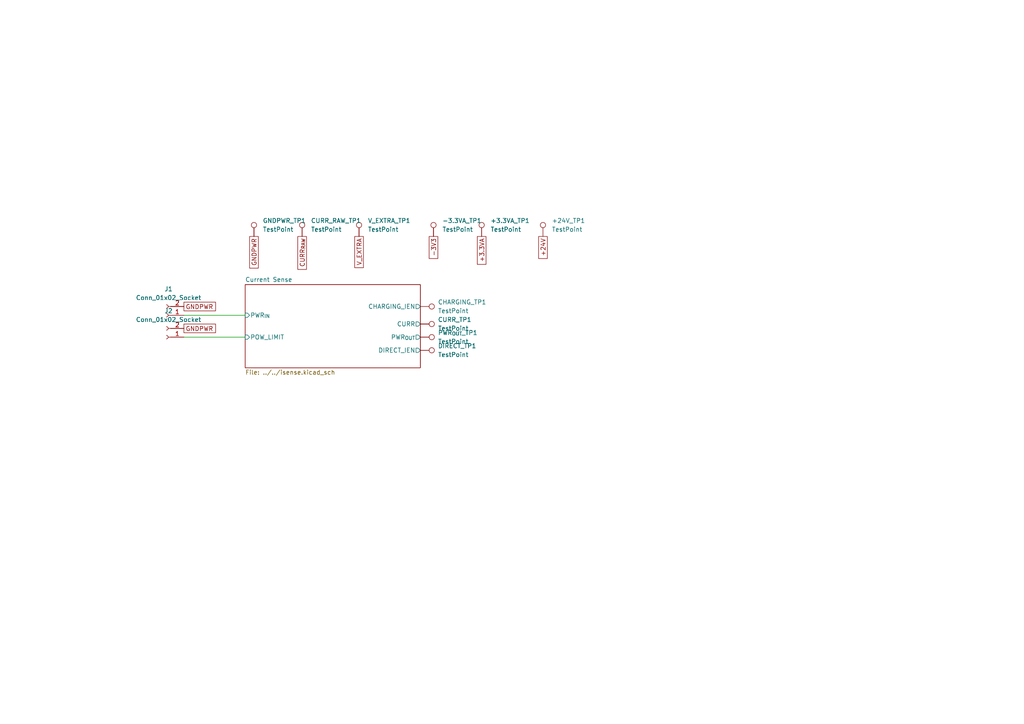
<source format=kicad_sch>
(kicad_sch (version 20250114) (generator "eeschema") (generator_version "9.0")
  (paper "A4")
  (lib_symbols
    (symbol "Connector:Conn_01x02_Socket" (pin_names (offset 1.016) (hide yes))
      (property "Reference" "J" (at 0 2.54 0))
      (property "Value" "Conn_01x02_Socket" (at 0 -5.08 0))
      (symbol "Conn_01x02_Socket_1_1"
        (polyline (pts (xy -1.27 0) (xy -0.508 0)) (stroke (width 0.1524)))
        (polyline (pts (xy -1.27 -2.54) (xy -0.508 -2.54)) (stroke (width 0.1524)))
        (arc (start 0 -0.508) (mid -0.5058 0) (end 0 0.508) (stroke (width 0.1524)))
        (arc (start 0 -3.048) (mid -0.5058 -2.54) (end 0 -2.032) (stroke (width 0.1524)))
        (pin passive line (at -5.08 0 0) (length 3.81) (name "Pin_1") (number "1"))
        (pin passive line (at -5.08 -2.54 0) (length 3.81) (name "Pin_2") (number "2"))
      )
    )
    (symbol "Connector:TestPoint" (pin_numbers (hide yes)) (pin_names (offset 0.762) (hide yes))
      (property "Reference" "TP" (at 0 6.858 0))
      (property "Value" "TestPoint" (at 0 5.08 0))
      (symbol "TestPoint_0_1"
        (circle (center 0 3.302) (radius 0.762))
      )
      (symbol "TestPoint_1_1"
        (pin passive line (at 0 0 90) (length 2.54) (name "1") (number "1"))
      )
    )
  )
  (wire (pts (xy 53.34 91.44) (xy 71.12 91.44)))
  (wire (pts (xy 53.34 97.79) (xy 71.12 97.79)))
  (global_label "V_EXTRA" (shape passive) (at 104.14 68.58 270) (property "Intersheetrefs" "${INTERSHEET_REFS}" (effects (hide yes))))
  (global_label "+24V" (shape passive) (at 157.48 68.58 270) (property "Intersheetrefs" "${INTERSHEET_REFS}" (effects (hide yes))))
  (global_label "GNDPWR" (shape passive) (at 53.34 95.25 0) (property "Intersheetrefs" "${INTERSHEET_REFS}" (effects (hide yes))))
  (global_label "GNDPWR" (shape passive) (at 73.66 68.58 270) (property "Intersheetrefs" "${INTERSHEET_REFS}" (effects (hide yes))))
  (global_label "GNDPWR" (shape passive) (at 53.34 88.9 0) (property "Intersheetrefs" "${INTERSHEET_REFS}" (effects (hide yes))))
  (global_label "CURR_{RAW}" (shape passive) (at 87.63 68.58 270) (property "Intersheetrefs" "${INTERSHEET_REFS}" (effects (hide yes))))
  (global_label "+3.3VA" (shape passive) (at 139.7 68.58 270) (property "Intersheetrefs" "${INTERSHEET_REFS}" (effects (hide yes))))
  (global_label "-3V3" (shape passive) (at 125.73 68.58 270) (property "Intersheetrefs" "${INTERSHEET_REFS}" (effects (hide yes))))
  (symbol (lib_id "Connector:TestPoint") (at 104.14 68.58 0) (unit 1)
    (property "Reference" "V_EXTRA_TP1" (at 106.68 64.0079 0) (effects (justify left)))
    (property "Value" "TestPoint" (at 106.68 66.5479 0) (effects (justify left)))
    (property "Footprint" "TestPoint:TestPoint_Keystone_5010-5014_Multipurpose" (effects (hide yes)))
    (property "Description" "test point" (effects (hide yes)))
  )
  (symbol (lib_id "Connector:TestPoint") (at 139.7 68.58 0) (unit 1)
    (property "Reference" "+3.3VA_TP1" (at 142.24 64.0079 0) (effects (justify left)))
    (property "Value" "TestPoint" (at 142.24 66.5479 0) (effects (justify left)))
    (property "Footprint" "TestPoint:TestPoint_Keystone_5010-5014_Multipurpose" (effects (hide yes)))
    (property "Description" "test point" (effects (hide yes)))
  )
  (symbol (lib_id "Connector:TestPoint") (at 125.73 68.58 0) (unit 1)
    (property "Reference" "-3.3VA_TP1" (at 128.27 64.0079 0) (effects (justify left)))
    (property "Value" "TestPoint" (at 128.27 66.5479 0) (effects (justify left)))
    (property "Footprint" "TestPoint:TestPoint_Keystone_5010-5014_Multipurpose" (effects (hide yes)))
    (property "Description" "test point" (effects (hide yes)))
  )
  (symbol (lib_id "Connector:TestPoint") (at 121.92 93.98 270) (unit 1)
    (property "Reference" "CURR_TP1" (at 127 92.7099 90) (effects (justify left)))
    (property "Value" "TestPoint" (at 127 95.2499 90) (effects (justify left)))
    (property "Footprint" "TestPoint:TestPoint_Keystone_5010-5014_Multipurpose" (effects (hide yes)))
    (property "Description" "test point" (effects (hide yes)))
  )
  (symbol (lib_id "Connector:TestPoint") (at 121.92 88.9 270) (unit 1)
    (property "Reference" "CHARGING_TP1" (at 127 87.6299 90) (effects (justify left)))
    (property "Value" "TestPoint" (at 127 90.1699 90) (effects (justify left)))
    (property "Footprint" "TestPoint:TestPoint_Keystone_5010-5014_Multipurpose" (effects (hide yes)))
    (property "Description" "test point" (effects (hide yes)))
  )
  (symbol (lib_id "Connector:TestPoint") (at 157.48 68.58 0) (unit 1)
    (property "Reference" "+24V_TP1" (at 160.02 64.0079 0) (effects (justify left)))
    (property "Value" "TestPoint" (at 160.02 66.5479 0) (effects (justify left)))
    (property "Footprint" "TestPoint:TestPoint_Keystone_5010-5014_Multipurpose" (effects (hide yes)))
    (property "Description" "test point" (effects (hide yes)))
  )
  (symbol (lib_id "Connector:TestPoint") (at 87.63 68.58 0) (unit 1)
    (property "Reference" "CURR_RAW_TP1" (at 90.17 64.0079 0) (effects (justify left)))
    (property "Value" "TestPoint" (at 90.17 66.5479 0) (effects (justify left)))
    (property "Footprint" "TestPoint:TestPoint_Keystone_5010-5014_Multipurpose" (effects (hide yes)))
    (property "Description" "test point" (effects (hide yes)))
  )
  (symbol (lib_id "Connector:Conn_01x02_Socket") (at 48.26 91.44 180) (unit 1)
    (property "Reference" "J1" (at 48.895 83.82 0))
    (property "Value" "Conn_01x02_Socket" (at 48.895 86.36 0))
    (property "Footprint" "Connector:Banana_Jack_2Pin" (effects (hide yes)))
    (property "Description" "Generic connector, single row, 01x02, script generated" (effects (hide yes)))
  )
  (symbol (lib_id "Connector:TestPoint") (at 121.92 101.6 270) (unit 1)
    (property "Reference" "DIRECT_TP1" (at 127 100.3299 90) (effects (justify left)))
    (property "Value" "TestPoint" (at 127 102.8699 90) (effects (justify left)))
    (property "Footprint" "TestPoint:TestPoint_Keystone_5010-5014_Multipurpose" (effects (hide yes)))
    (property "Description" "test point" (effects (hide yes)))
  )
  (symbol (lib_id "Connector:Conn_01x02_Socket") (at 48.26 97.79 180) (unit 1)
    (property "Reference" "J2" (at 48.895 90.17 0))
    (property "Value" "Conn_01x02_Socket" (at 48.895 92.71 0))
    (property "Footprint" "Connector:Banana_Jack_2Pin" (effects (hide yes)))
    (property "Description" "Generic connector, single row, 01x02, script generated" (effects (hide yes)))
  )
  (symbol (lib_id "Connector:TestPoint") (at 73.66 68.58 0) (unit 1)
    (property "Reference" "GNDPWR_TP1" (at 76.2 64.0079 0) (effects (justify left)))
    (property "Value" "TestPoint" (at 76.2 66.5479 0) (effects (justify left)))
    (property "Footprint" "TestPoint:TestPoint_Keystone_5010-5014_Multipurpose" (effects (hide yes)))
    (property "Description" "test point" (effects (hide yes)))
  )
  (symbol (lib_id "Connector:TestPoint") (at 121.92 97.79 270) (unit 1)
    (property "Reference" "PWR_{OUT}_TP1" (at 127 96.5199 90) (effects (justify left)))
    (property "Value" "TestPoint" (at 127 99.0599 90) (effects (justify left)))
    (property "Footprint" "TestPoint:TestPoint_Keystone_5010-5014_Multipurpose" (effects (hide yes)))
    (property "Description" "test point" (effects (hide yes)))
  )
  (sheet (at 71.12 82.55) (size 50.8 24.13) (stroke (width 0.1524))
    (property "Sheetname" "Current Sense" (at 71.12 81.8384 0) (effects (justify left bottom)))
    (property "Sheetfile" "../../isense.kicad_sch" (at 71.12 107.2646 0) (effects (justify left top)))
    (pin "PWR_{IN}" input (at 71.12 91.44 180))
    (pin "CHARGING_IEN" output (at 121.92 88.9 0))
    (pin "CURR" output (at 121.92 93.98 0))
    (pin "PWR_{OUT}" output (at 121.92 97.79 0))
    (pin "POW_LIMIT" input (at 71.12 97.79 180))
    (pin "DIRECT_IEN" output (at 121.92 101.6 0))
  )
)
</source>
